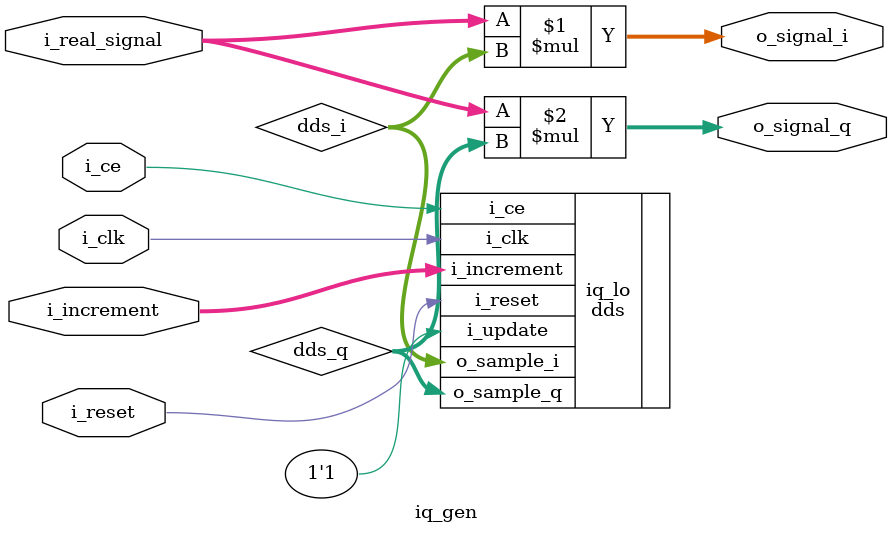
<source format=v>
`timescale 1 ns/100 ps  // time-unit = 1 ns, precision = 10 ps

module iq_gen (
    i_clk, i_reset, i_real_signal, i_ce, i_increment, o_signal_i, o_signal_q
	);
parameter IW = 16, // input signal width
            sine_lookup_width = 16,
		    phase_width = 12,
            accumulator_width = 32;
localparam	OW = (IW + sine_lookup_width);

input wire i_clk;
input wire i_reset;
input wire i_ce;
input wire [(accumulator_width-2):0] i_increment;
input wire signed [(IW-1):0] i_real_signal;
output wire signed [(OW-1):0] o_signal_i, o_signal_q;


wire signed [(IW-1):0] dds_i, dds_q;

`ifdef	synthesis
	complex_mult_ip complex_mult (.DataA_Re(i_real_signal), .DataA_Im(dds_i), .DataB_Re(i_real_signal), 
    .DataB_Im(dds_q), .Clock(i_clk), .ClkEn(i_ce), .Aclr(1'b0), .Result_Re(o_signal_i), 
    .Result_Im(o_signal_q));
`else
	assign o_signal_i = i_real_signal * dds_i;
	assign o_signal_q = i_real_signal * dds_q;
`endif


dds #( 	.sine_lookup_width(sine_lookup_width),
		.phase_width(phase_width),
		.accumulator_width(accumulator_width)
	) iq_lo(.i_clk(i_clk), .i_reset(i_reset), .i_ce(i_ce), .i_update(1'b1), .i_increment(i_increment), .o_sample_i(dds_i), .o_sample_q(dds_q));

endmodule


</source>
